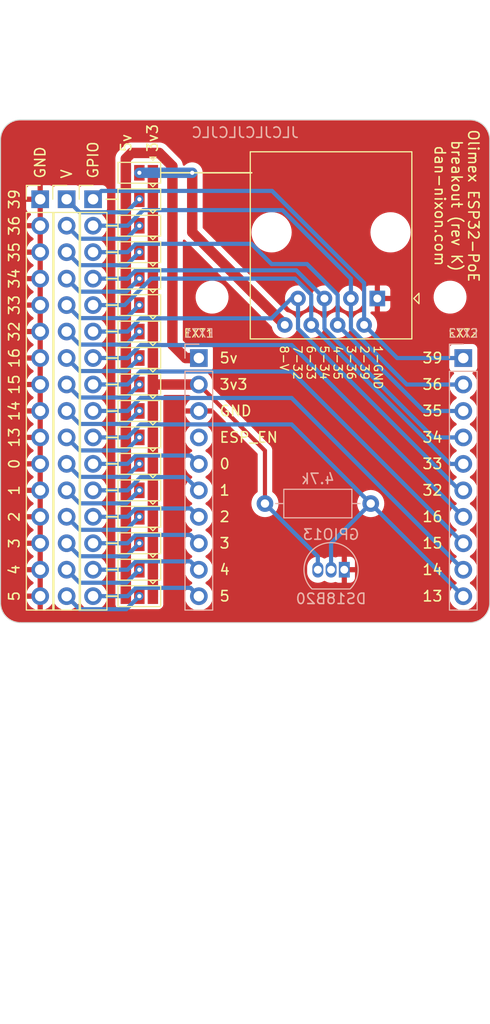
<source format=kicad_pcb>
(kicad_pcb (version 20221018) (generator pcbnew)
  (layers (0 "F.Cu" signal) (31 "B.Cu" signal) (34 "B.Paste" user) (35 "F.Paste" user) (36 "B.SilkS" user "B.Silkscreen") (37 "F.SilkS" user "F.Silkscreen") (38 "B.Mask" user) (39 "F.Mask" user) (44 "Edge.Cuts" user))
  (net 0 "")
  (net 1 "+5V")
  (net 2 "+3.3V")
  (net 3 "GND")
  (net 4 "/ESP_EN")
  (net 5 "/IO0")
  (net 6 "/IO1")
  (net 7 "/IO2")
  (net 8 "/IO3")
  (net 9 "/IO4")
  (net 10 "/IO5")
  (net 11 "/IO39")
  (net 12 "/IO36")
  (net 13 "/IO35")
  (net 14 "/IO34")
  (net 15 "/IO33")
  (net 16 "/IO32")
  (net 17 "/IO16")
  (net 18 "/IO15")
  (net 19 "/IO14")
  (net 20 "/IO13")
  (net 21 "/V_IO5")
  (net 22 "/V_IO4")
  (net 23 "/V_IO3")
  (net 24 "/V_IO2")
  (net 25 "/V_IO1")
  (net 26 "/V_IO0")
  (net 27 "/V_IO13")
  (net 28 "/V_IO14")
  (net 29 "/V_IO15")
  (net 30 "/V_IO16")
  (net 31 "/V_IO32")
  (net 32 "/V_IO33")
  (net 33 "/V_IO34")
  (net 34 "/V_IO35")
  (net 35 "/V_IO36")
  (net 36 "/V_IO39")
  (net 37 "Net-(JP17-C)")
  (footprint "Jumper:SolderJumper-3_P1.3mm_Open_Pad1.0x1.5mm" (layer "F.Cu") (at 147.955 77.47 180)
    (fp_text reference "JP14" hide)
    (fp_text value "SolderJumper_3_Open" hide)
    (pad "1" smd rect (at -1.3 0 180) (size 1 1.5) (layers "F.Cu" "F.Mask") (net 2 "+3.3V"))
    (pad "2" smd rect (at 0 0 180) (size 1 1.5) (layers "F.Cu" "F.Mask") (net 23 "/V_IO3"))
    (pad "3" smd rect (at 1.3 0 180) (size 1 1.5) (layers "F.Cu" "F.Mask") (net 1 "+5V"))
  )
  (footprint "Jumper:SolderJumper-3_P1.3mm_Open_Pad1.0x1.5mm" (layer "F.Cu") (at 147.955 82.55 180)
    (fp_text reference "JP16" hide)
    (fp_text value "SolderJumper_3_Open" hide)
    (pad "1" smd rect (at -1.3 0 180) (size 1 1.5) (layers "F.Cu" "F.Mask") (net 2 "+3.3V"))
    (pad "2" smd rect (at 0 0 180) (size 1 1.5) (layers "F.Cu" "F.Mask") (net 21 "/V_IO5"))
    (pad "3" smd rect (at 1.3 0 180) (size 1 1.5) (layers "F.Cu" "F.Mask") (net 1 "+5V"))
  )
  (footprint "Jumper:SolderJumper-3_P1.3mm_Open_Pad1.0x1.5mm" (layer "F.Cu") (at 147.955 52.07 180)
    (fp_text reference "JP4" hide)
    (fp_text value "SolderJumper_3_Open" hide)
    (pad "1" smd rect (at -1.3 0 180) (size 1 1.5) (layers "F.Cu" "F.Mask") (net 2 "+3.3V"))
    (pad "2" smd rect (at 0 0 180) (size 1 1.5) (layers "F.Cu" "F.Mask") (net 33 "/V_IO34"))
    (pad "3" smd rect (at 1.3 0 180) (size 1 1.5) (layers "F.Cu" "F.Mask") (net 1 "+5V"))
  )
  (footprint "Jumper:SolderJumper-3_P1.3mm_Open_Pad1.0x1.5mm" (layer "F.Cu") (at 147.955 64.77 180)
    (fp_text reference "JP9" hide)
    (fp_text value "SolderJumper_3_Open" hide)
    (pad "1" smd rect (at -1.3 0 180) (size 1 1.5) (layers "F.Cu" "F.Mask") (net 2 "+3.3V"))
    (pad "2" smd rect (at 0 0 180) (size 1 1.5) (layers "F.Cu" "F.Mask") (net 28 "/V_IO14"))
    (pad "3" smd rect (at 1.3 0 180) (size 1 1.5) (layers "F.Cu" "F.Mask") (net 1 "+5V"))
  )
  (footprint "Connector_PinHeader_2.54mm:PinHeader_1x16_P2.54mm_Vertical" (layer "F.Cu") (at 140.97 44.45)
    (fp_text reference "J5" hide)
    (fp_text value "V" hide)
    (pad "1" thru_hole rect (at 0 0) (size 1.7 1.7) (drill 1) (layers "*.Cu" "*.Mask") (net 36 "/V_IO39"))
    (pad "2" thru_hole oval (at 0 2.54) (size 1.7 1.7) (drill 1) (layers "*.Cu" "*.Mask") (net 35 "/V_IO36"))
    (pad "3" thru_hole oval (at 0 5.08) (size 1.7 1.7) (drill 1) (layers "*.Cu" "*.Mask") (net 34 "/V_IO35"))
    (pad "4" thru_hole oval (at 0 7.62) (size 1.7 1.7) (drill 1) (layers "*.Cu" "*.Mask") (net 33 "/V_IO34"))
    (pad "5" thru_hole oval (at 0 10.16) (size 1.7 1.7) (drill 1) (layers "*.Cu" "*.Mask") (net 32 "/V_IO33"))
    (pad "6" thru_hole oval (at 0 12.7) (size 1.7 1.7) (drill 1) (layers "*.Cu" "*.Mask") (net 31 "/V_IO32"))
    (pad "7" thru_hole oval (at 0 15.24) (size 1.7 1.7) (drill 1) (layers "*.Cu" "*.Mask") (net 30 "/V_IO16"))
    (pad "8" thru_hole oval (at 0 17.78) (size 1.7 1.7) (drill 1) (layers "*.Cu" "*.Mask") (net 29 "/V_IO15"))
    (pad "9" thru_hole oval (at 0 20.32) (size 1.7 1.7) (drill 1) (layers "*.Cu" "*.Mask") (net 28 "/V_IO14"))
    (pad "10" thru_hole oval (at 0 22.86) (size 1.7 1.7) (drill 1) (layers "*.Cu" "*.Mask") (net 27 "/V_IO13"))
    (pad "11" thru_hole oval (at 0 25.4) (size 1.7 1.7) (drill 1) (layers "*.Cu" "*.Mask") (net 26 "/V_IO0"))
    (pad "12" thru_hole oval (at 0 27.94) (size 1.7 1.7) (drill 1) (layers "*.Cu" "*.Mask") (net 25 "/V_IO1"))
    (pad "13" thru_hole oval (at 0 30.48) (size 1.7 1.7) (drill 1) (layers "*.Cu" "*.Mask") (net 24 "/V_IO2"))
    (pad "14" thru_hole oval (at 0 33.02) (size 1.7 1.7) (drill 1) (layers "*.Cu" "*.Mask") (net 23 "/V_IO3"))
    (pad "15" thru_hole oval (at 0 35.56) (size 1.7 1.7) (drill 1) (layers "*.Cu" "*.Mask") (net 22 "/V_IO4"))
    (pad "16" thru_hole oval (at 0 38.1) (size 1.7 1.7) (drill 1) (layers "*.Cu" "*.Mask") (net 21 "/V_IO5"))
  )
  (footprint "Jumper:SolderJumper-3_P1.3mm_Open_Pad1.0x1.5mm" (layer "F.Cu") (at 147.955 54.61 180)
    (fp_text reference "JP5" hide)
    (fp_text value "SolderJumper_3_Open" hide)
    (pad "1" smd rect (at -1.3 0 180) (size 1 1.5) (layers "F.Cu" "F.Mask") (net 2 "+3.3V"))
    (pad "2" smd rect (at 0 0 180) (size 1 1.5) (layers "F.Cu" "F.Mask") (net 32 "/V_IO33"))
    (pad "3" smd rect (at 1.3 0 180) (size 1 1.5) (layers "F.Cu" "F.Mask") (net 1 "+5V"))
  )
  (footprint "Jumper:SolderJumper-3_P1.3mm_Open_Pad1.0x1.5mm" (layer "F.Cu") (at 147.955 46.99 180)
    (fp_text reference "JP2" hide)
    (fp_text value "SolderJumper_3_Open" hide)
    (pad "1" smd rect (at -1.3 0 180) (size 1 1.5) (layers "F.Cu" "F.Mask") (net 2 "+3.3V"))
    (pad "2" smd rect (at 0 0 180) (size 1 1.5) (layers "F.Cu" "F.Mask") (net 35 "/V_IO36"))
    (pad "3" smd rect (at 1.3 0 180) (size 1 1.5) (layers "F.Cu" "F.Mask") (net 1 "+5V"))
  )
  (footprint "MountingHole:MountingHole_2.5mm" (layer "F.Cu") (at 154.94 53.848)
    (fp_text reference "H1" hide)
    (fp_text value "MountingHole" hide)
    (pad "" np_thru_hole circle (at 0 0) (size 2.5 2.5) (drill 2.5) (layers "*.Cu" "*.Mask"))
  )
  (footprint "Connector_PinHeader_2.54mm:PinHeader_1x16_P2.54mm_Vertical" (layer "F.Cu") (at 138.43 44.45)
    (fp_text reference "J4" hide)
    (fp_text value "G" hide)
    (pad "1" thru_hole rect (at 0 0) (size 1.7 1.7) (drill 1) (layers "*.Cu" "*.Mask") (net 3 "GND"))
    (pad "2" thru_hole oval (at 0 2.54) (size 1.7 1.7) (drill 1) (layers "*.Cu" "*.Mask") (net 3 "GND"))
    (pad "3" thru_hole oval (at 0 5.08) (size 1.7 1.7) (drill 1) (layers "*.Cu" "*.Mask") (net 3 "GND"))
    (pad "4" thru_hole oval (at 0 7.62) (size 1.7 1.7) (drill 1) (layers "*.Cu" "*.Mask") (net 3 "GND"))
    (pad "5" thru_hole oval (at 0 10.16) (size 1.7 1.7) (drill 1) (layers "*.Cu" "*.Mask") (net 3 "GND"))
    (pad "6" thru_hole oval (at 0 12.7) (size 1.7 1.7) (drill 1) (layers "*.Cu" "*.Mask") (net 3 "GND"))
    (pad "7" thru_hole oval (at 0 15.24) (size 1.7 1.7) (drill 1) (layers "*.Cu" "*.Mask") (net 3 "GND"))
    (pad "8" thru_hole oval (at 0 17.78) (size 1.7 1.7) (drill 1) (layers "*.Cu" "*.Mask") (net 3 "GND"))
    (pad "9" thru_hole oval (at 0 20.32) (size 1.7 1.7) (drill 1) (layers "*.Cu" "*.Mask") (net 3 "GND"))
    (pad "10" thru_hole oval (at 0 22.86) (size 1.7 1.7) (drill 1) (layers "*.Cu" "*.Mask") (net 3 "GND"))
    (pad "11" thru_hole oval (at 0 25.4) (size 1.7 1.7) (drill 1) (layers "*.Cu" "*.Mask") (net 3 "GND"))
    (pad "12" thru_hole oval (at 0 27.94) (size 1.7 1.7) (drill 1) (layers "*.Cu" "*.Mask") (net 3 "GND"))
    (pad "13" thru_hole oval (at 0 30.48) (size 1.7 1.7) (drill 1) (layers "*.Cu" "*.Mask") (net 3 "GND"))
    (pad "14" thru_hole oval (at 0 33.02) (size 1.7 1.7) (drill 1) (layers "*.Cu" "*.Mask") (net 3 "GND"))
    (pad "15" thru_hole oval (at 0 35.56) (size 1.7 1.7) (drill 1) (layers "*.Cu" "*.Mask") (net 3 "GND"))
    (pad "16" thru_hole oval (at 0 38.1) (size 1.7 1.7) (drill 1) (layers "*.Cu" "*.Mask") (net 3 "GND"))
  )
  (footprint "Connector_PinHeader_2.54mm:PinHeader_1x16_P2.54mm_Vertical" (layer "F.Cu") (at 143.51 44.45)
    (fp_text reference "J6" hide)
    (fp_text value "S" hide)
    (pad "1" thru_hole rect (at 0 0) (size 1.7 1.7) (drill 1) (layers "*.Cu" "*.Mask") (net 11 "/IO39"))
    (pad "2" thru_hole oval (at 0 2.54) (size 1.7 1.7) (drill 1) (layers "*.Cu" "*.Mask") (net 12 "/IO36"))
    (pad "3" thru_hole oval (at 0 5.08) (size 1.7 1.7) (drill 1) (layers "*.Cu" "*.Mask") (net 13 "/IO35"))
    (pad "4" thru_hole oval (at 0 7.62) (size 1.7 1.7) (drill 1) (layers "*.Cu" "*.Mask") (net 14 "/IO34"))
    (pad "5" thru_hole oval (at 0 10.16) (size 1.7 1.7) (drill 1) (layers "*.Cu" "*.Mask") (net 15 "/IO33"))
    (pad "6" thru_hole oval (at 0 12.7) (size 1.7 1.7) (drill 1) (layers "*.Cu" "*.Mask") (net 16 "/IO32"))
    (pad "7" thru_hole oval (at 0 15.24) (size 1.7 1.7) (drill 1) (layers "*.Cu" "*.Mask") (net 17 "/IO16"))
    (pad "8" thru_hole oval (at 0 17.78) (size 1.7 1.7) (drill 1) (layers "*.Cu" "*.Mask") (net 18 "/IO15"))
    (pad "9" thru_hole oval (at 0 20.32) (size 1.7 1.7) (drill 1) (layers "*.Cu" "*.Mask") (net 19 "/IO14"))
    (pad "10" thru_hole oval (at 0 22.86) (size 1.7 1.7) (drill 1) (layers "*.Cu" "*.Mask") (net 20 "/IO13"))
    (pad "11" thru_hole oval (at 0 25.4) (size 1.7 1.7) (drill 1) (layers "*.Cu" "*.Mask") (net 5 "/IO0"))
    (pad "12" thru_hole oval (at 0 27.94) (size 1.7 1.7) (drill 1) (layers "*.Cu" "*.Mask") (net 6 "/IO1"))
    (pad "13" thru_hole oval (at 0 30.48) (size 1.7 1.7) (drill 1) (layers "*.Cu" "*.Mask") (net 7 "/IO2"))
    (pad "14" thru_hole oval (at 0 33.02) (size 1.7 1.7) (drill 1) (layers "*.Cu" "*.Mask") (net 8 "/IO3"))
    (pad "15" thru_hole oval (at 0 35.56) (size 1.7 1.7) (drill 1) (layers "*.Cu" "*.Mask") (net 9 "/IO4"))
    (pad "16" thru_hole oval (at 0 38.1) (size 1.7 1.7) (drill 1) (layers "*.Cu" "*.Mask") (net 10 "/IO5"))
  )
  (footprint "Jumper:SolderJumper-3_P1.3mm_Open_Pad1.0x1.5mm" (layer "F.Cu") (at 147.955 57.15 180)
    (fp_text reference "JP6" hide)
    (fp_text value "SolderJumper_3_Open" hide)
    (pad "1" smd rect (at -1.3 0 180) (size 1 1.5) (layers "F.Cu" "F.Mask") (net 2 "+3.3V"))
    (pad "2" smd rect (at 0 0 180) (size 1 1.5) (layers "F.Cu" "F.Mask") (net 31 "/V_IO32"))
    (pad "3" smd rect (at 1.3 0 180) (size 1 1.5) (layers "F.Cu" "F.Mask") (net 1 "+5V"))
  )
  (footprint "Jumper:SolderJumper-3_P1.3mm_Open_Pad1.0x1.5mm" (layer "F.Cu") (at 147.955 72.39 180)
    (fp_text reference "JP12" hide)
    (fp_text value "SolderJumper_3_Open" hide)
    (pad "1" smd rect (at -1.3 0 180) (size 1 1.5) (layers "F.Cu" "F.Mask") (net 2 "+3.3V"))
    (pad "2" smd rect (at 0 0 180) (size 1 1.5) (layers "F.Cu" "F.Mask") (net 25 "/V_IO1"))
    (pad "3" smd rect (at 1.3 0 180) (size 1 1.5) (layers "F.Cu" "F.Mask") (net 1 "+5V"))
  )
  (footprint "MountingHole:MountingHole_2.5mm" (layer "F.Cu") (at 177.8 53.848)
    (fp_text reference "H2" hide)
    (fp_text value "MountingHole" hide)
    (pad "" np_thru_hole circle (at 0 0) (size 2.5 2.5) (drill 2.5) (layers "*.Cu" "*.Mask"))
  )
  (footprint "Jumper:SolderJumper-3_P1.3mm_Open_Pad1.0x1.5mm" (layer "F.Cu") (at 147.955 74.93 180)
    (fp_text reference "JP13" hide)
    (fp_text value "SolderJumper_3_Open" hide)
    (pad "1" smd rect (at -1.3 0 180) (size 1 1.5) (layers "F.Cu" "F.Mask") (net 2 "+3.3V"))
    (pad "2" smd rect (at 0 0 180) (size 1 1.5) (layers "F.Cu" "F.Mask") (net 24 "/V_IO2"))
    (pad "3" smd rect (at 1.3 0 180) (size 1 1.5) (layers "F.Cu" "F.Mask") (net 1 "+5V"))
  )
  (footprint "Connector_RJ:RJ45_Amphenol_54602-x08_Horizontal" (layer "F.Cu") (at 170.815 53.975 180)
    (fp_text reference "J3" hide)
    (fp_text value "RJ45")
    (pad "" np_thru_hole circle (at -1.27 6.35 180) (size 3.2 3.2) (drill 3.2) (layers "*.Cu" "*.Mask"))
    (pad "" np_thru_hole circle (at 10.16 6.35 180) (size 3.2 3.2) (drill 3.2) (layers "*.Cu" "*.Mask"))
    (pad "1" thru_hole rect (at 0 0 180) (size 1.5 1.5) (drill 0.76) (layers "*.Cu" "*.Mask") (net 3 "GND"))
    (pad "2" thru_hole circle (at 1.27 -2.54 180) (size 1.5 1.5) (drill 0.76) (layers "*.Cu" "*.Mask") (net 11 "/IO39"))
    (pad "3" thru_hole circle (at 2.54 0 180) (size 1.5 1.5) (drill 0.76) (layers "*.Cu" "*.Mask") (net 12 "/IO36"))
    (pad "4" thru_hole circle (at 3.81 -2.54 180) (size 1.5 1.5) (drill 0.76) (layers "*.Cu" "*.Mask") (net 13 "/IO35"))
    (pad "5" thru_hole circle (at 5.08 0 180) (size 1.5 1.5) (drill 0.76) (layers "*.Cu" "*.Mask") (net 14 "/IO34"))
    (pad "6" thru_hole circle (at 6.35 -2.54 180) (size 1.5 1.5) (drill 0.76) (layers "*.Cu" "*.Mask") (net 15 "/IO33"))
    (pad "7" thru_hole circle (at 7.62 0 180) (size 1.5 1.5) (drill 0.76) (layers "*.Cu" "*.Mask") (net 16 "/IO32"))
    (pad "8" thru_hole circle (at 8.89 -2.54 180) (size 1.5 1.5) (drill 0.76) (layers "*.Cu" "*.Mask") (net 37 "Net-(JP17-C)"))
  )
  (footprint "Jumper:SolderJumper-3_P1.3mm_Open_Pad1.0x1.5mm" (layer "F.Cu") (at 147.955 69.85 180)
    (fp_text reference "JP11" hide)
    (fp_text value "SolderJumper_3_Open" hide)
    (pad "1" smd rect (at -1.3 0 180) (size 1 1.5) (layers "F.Cu" "F.Mask") (net 2 "+3.3V"))
    (pad "2" smd rect (at 0 0 180) (size 1 1.5) (layers "F.Cu" "F.Mask") (net 26 "/V_IO0"))
    (pad "3" smd rect (at 1.3 0 180) (size 1 1.5) (layers "F.Cu" "F.Mask") (net 1 "+5V"))
  )
  (footprint "Jumper:SolderJumper-3_P1.3mm_Open_Pad1.0x1.5mm" (layer "F.Cu") (at 147.955 80.01 180)
    (fp_text reference "JP15" hide)
    (fp_text value "SolderJumper_3_Open" hide)
    (pad "1" smd rect (at -1.3 0 180) (size 1 1.5) (layers "F.Cu" "F.Mask") (net 2 "+3.3V"))
    (pad "2" smd rect (at 0 0 180) (size 1 1.5) (layers "F.Cu" "F.Mask") (net 22 "/V_IO4"))
    (pad "3" smd rect (at 1.3 0 180) (size 1 1.5) (layers "F.Cu" "F.Mask") (net 1 "+5V"))
  )
  (footprint "Jumper:SolderJumper-3_P1.3mm_Open_Pad1.0x1.5mm" (layer "F.Cu") (at 147.955 41.91 180)
    (fp_text reference "JP17" hide)
    (fp_text value "SolderJumper_3_Open" hide)
    (pad "1" smd rect (at -1.3 0 180) (size 1 1.5) (layers "F.Cu" "F.Mask") (net 2 "+3.3V"))
    (pad "2" smd rect (at 0 0 180) (size 1 1.5) (layers "F.Cu" "F.Mask") (net 37 "Net-(JP17-C)"))
    (pad "3" smd rect (at 1.3 0 180) (size 1 1.5) (layers "F.Cu" "F.Mask") (net 1 "+5V"))
  )
  (footprint "Jumper:SolderJumper-3_P1.3mm_Open_Pad1.0x1.5mm" (layer "F.Cu") (at 147.955 67.31 180)
    (fp_text reference "JP10" hide)
    (fp_text value "SolderJumper_3_Open" hide)
    (pad "1" smd rect (at -1.3 0 180) (size 1 1.5) (layers "F.Cu" "F.Mask") (net 2 "+3.3V"))
    (pad "2" smd rect (at 0 0 180) (size 1 1.5) (layers "F.Cu" "F.Mask") (net 27 "/V_IO13"))
    (pad "3" smd rect (at 1.3 0 180) (size 1 1.5) (layers "F.Cu" "F.Mask") (net 1 "+5V"))
  )
  (footprint "Jumper:SolderJumper-3_P1.3mm_Open_Pad1.0x1.5mm" (layer "F.Cu") (at 147.955 49.53 180)
    (fp_text reference "JP3" hide)
    (fp_text value "SolderJumper_3_Open" hide)
    (pad "1" smd rect (at -1.3 0 180) (size 1 1.5) (layers "F.Cu" "F.Mask") (net 2 "+3.3V"))
    (pad "2" smd rect (at 0 0 180) (size 1 1.5) (layers "F.Cu" "F.Mask") (net 34 "/V_IO35"))
    (pad "3" smd rect (at 1.3 0 180) (size 1 1.5) (layers "F.Cu" "F.Mask") (net 1 "+5V"))
  )
  (footprint "Jumper:SolderJumper-3_P1.3mm_Open_Pad1.0x1.5mm" (layer "F.Cu") (at 147.955 62.23 180)
    (fp_text reference "JP8" hide)
    (fp_text value "SolderJumper_3_Open" hide)
    (pad "1" smd rect (at -1.3 0 180) (size 1 1.5) (layers "F.Cu" "F.Mask") (net 2 "+3.3V"))
    (pad "2" smd rect (at 0 0 180) (size 1 1.5) (layers "F.Cu" "F.Mask") (net 29 "/V_IO15"))
    (pad "3" smd rect (at 1.3 0 180) (size 1 1.5) (layers "F.Cu" "F.Mask") (net 1 "+5V"))
  )
  (footprint "Jumper:SolderJumper-3_P1.3mm_Open_Pad1.0x1.5mm" (layer "F.Cu") (at 147.955 44.45 180)
    (fp_text reference "JP1" hide)
    (fp_text value "SolderJumper_3_Open" hide)
    (pad "1" smd rect (at -1.3 0 180) (size 1 1.5) (layers "F.Cu" "F.Mask") (net 2 "+3.3V"))
    (pad "2" smd rect (at 0 0 180) (size 1 1.5) (layers "F.Cu" "F.Mask") (net 36 "/V_IO39"))
    (pad "3" smd rect (at 1.3 0 180) (size 1 1.5) (layers "F.Cu" "F.Mask") (net 1 "+5V"))
  )
  (footprint "Jumper:SolderJumper-3_P1.3mm_Open_Pad1.0x1.5mm" (layer "F.Cu") (at 147.955 59.69 180)
    (fp_text reference "JP7" hide)
    (fp_text value "SolderJumper_3_Open" hide)
    (pad "1" smd rect (at -1.3 0 180) (size 1 1.5) (layers "F.Cu" "F.Mask") (net 2 "+3.3V"))
    (pad "2" smd rect (at 0 0 180) (size 1 1.5) (layers "F.Cu" "F.Mask") (net 30 "/V_IO16"))
    (pad "3" smd rect (at 1.3 0 180) (size 1 1.5) (layers "F.Cu" "F.Mask") (net 1 "+5V"))
  )
  (footprint "Connector_PinSocket_2.54mm:PinSocket_1x10_P2.54mm_Vertical" (layer "B.Cu") (at 153.67 59.695 180)
    (fp_text reference "J1" hide)
    (fp_text value "EXT1")
    (pad "1" thru_hole rect (at 0 0 180) (size 1.7 1.7) (drill 1) (layers "*.Cu" "*.Mask") (net 1 "+5V"))
    (pad "2" thru_hole oval (at 0 -2.54 180) (size 1.7 1.7) (drill 1) (layers "*.Cu" "*.Mask") (net 2 "+3.3V"))
    (pad "3" thru_hole oval (at 0 -5.08 180) (size 1.7 1.7) (drill 1) (layers "*.Cu" "*.Mask") (net 3 "GND"))
    (pad "4" thru_hole oval (at 0 -7.62 180) (size 1.7 1.7) (drill 1) (layers "*.Cu" "*.Mask") (net 4 "/ESP_EN"))
    (pad "5" thru_hole oval (at 0 -10.16 180) (size 1.7 1.7) (drill 1) (layers "*.Cu" "*.Mask") (net 5 "/IO0"))
    (pad "6" thru_hole oval (at 0 -12.7 180) (size 1.7 1.7) (drill 1) (layers "*.Cu" "*.Mask") (net 6 "/IO1"))
    (pad "7" thru_hole oval (at 0 -15.24 180) (size 1.7 1.7) (drill 1) (layers "*.Cu" "*.Mask") (net 7 "/IO2"))
    (pad "8" thru_hole oval (at 0 -17.78 180) (size 1.7 1.7) (drill 1) (layers "*.Cu" "*.Mask") (net 8 "/IO3"))
    (pad "9" thru_hole oval (at 0 -20.32 180) (size 1.7 1.7) (drill 1) (layers "*.Cu" "*.Mask") (net 9 "/IO4"))
    (pad "10" thru_hole oval (at 0 -22.86 180) (size 1.7 1.7) (drill 1) (layers "*.Cu" "*.Mask") (net 10 "/IO5"))
  )
  (footprint "Package_TO_SOT_THT:TO-92_Inline" (layer "B.Cu") (at 167.64 80.01 180)
    (fp_text reference "U1" hide)
    (fp_text value "DS18B20" (at 1.27 -2.79) (layer "B.SilkS") (effects (justify mirror)))
    (pad "1" thru_hole rect (at 0 0 180) (size 1.05 1.5) (drill 0.75) (layers "*.Cu" "*.Mask") (net 3 "GND"))
    (pad "2" thru_hole oval (at 1.27 0 180) (size 1.05 1.5) (drill 0.75) (layers "*.Cu" "*.Mask") (net 20 "/IO13"))
    (pad "3" thru_hole oval (at 2.54 0 180) (size 1.05 1.5) (drill 0.75) (layers "*.Cu" "*.Mask") (net 2 "+3.3V"))
  )
  (footprint "Resistor_THT:R_Axial_DIN0207_L6.3mm_D2.5mm_P10.16mm_Horizontal" (layer "B.Cu") (at 160.02 73.66)
    (fp_text reference "R1" hide)
    (fp_text value "4.7k" (at 5.08 -2.37) (layer "B.SilkS") (effects (justify mirror)))
    (pad "1" thru_hole circle (at 0 0) (size 1.6 1.6) (drill 0.8) (layers "*.Cu" "*.Mask") (net 2 "+3.3V"))
    (pad "2" thru_hole oval (at 10.16 0) (size 1.6 1.6) (drill 0.8) (layers "*.Cu" "*.Mask") (net 20 "/IO13"))
  )
  (footprint "Connector_PinSocket_2.54mm:PinSocket_1x10_P2.54mm_Vertical" (layer "B.Cu") (at 179.07 59.695 180)
    (fp_text reference "J2" hide)
    (fp_text value "EXT2")
    (pad "1" thru_hole rect (at 0 0 180) (size 1.7 1.7) (drill 1) (layers "*.Cu" "*.Mask") (net 11 "/IO39"))
    (pad "2" thru_hole oval (at 0 -2.54 180) (size 1.7 1.7) (drill 1) (layers "*.Cu" "*.Mask") (net 12 "/IO36"))
    (pad "3" thru_hole oval (at 0 -5.08 180) (size 1.7 1.7) (drill 1) (layers "*.Cu" "*.Mask") (net 13 "/IO35"))
    (pad "4" thru_hole oval (at 0 -7.62 180) (size 1.7 1.7) (drill 1) (layers "*.Cu" "*.Mask") (net 14 "/IO34"))
    (pad "5" thru_hole oval (at 0 -10.16 180) (size 1.7 1.7) (drill 1) (layers "*.Cu" "*.Mask") (net 15 "/IO33"))
    (pad "6" thru_hole oval (at 0 -12.7 180) (size 1.7 1.7) (drill 1) (layers "*.Cu" "*.Mask") (net 16 "/IO32"))
    (pad "7" thru_hole oval (at 0 -15.24 180) (size 1.7 1.7) (drill 1) (layers "*.Cu" "*.Mask") (net 17 "/IO16"))
    (pad "8" thru_hole oval (at 0 -17.78 180) (size 1.7 1.7) (drill 1) (layers "*.Cu" "*.Mask") (net 18 "/IO15"))
    (pad "9" thru_hole oval (at 0 -20.32 180) (size 1.7 1.7) (drill 1) (layers "*.Cu" "*.Mask") (net 19 "/IO14"))
    (pad "10" thru_hole oval (at 0 -22.86 180) (size 1.7 1.7) (drill 1) (layers "*.Cu" "*.Mask") (net 20 "/IO13"))
  )
  (gr_line (start 145.905 54.61) (end 144.78 54.61) (stroke (width 0.15)) (layer "F.SilkS"))
  (gr_line (start 145.905 62.23) (end 144.78 62.23) (stroke (width 0.15)) (layer "F.SilkS"))
  (gr_line (start 145.905 69.85) (end 144.78 69.85) (stroke (width 0.15)) (layer "F.SilkS"))
  (gr_line (start 145.905 44.45) (end 144.78 44.45) (stroke (width 0.15)) (layer "F.SilkS"))
  (gr_line (start 145.905 59.69) (end 144.78 59.69) (stroke (width 0.15)) (layer "F.SilkS"))
  (gr_line (start 145.905 52.07) (end 144.78 52.07) (stroke (width 0.15)) (layer "F.SilkS"))
  (gr_line (start 145.905 82.55) (end 144.78 82.55) (stroke (width 0.15)) (layer "F.SilkS"))
  (gr_line (start 145.905 64.77) (end 144.84 64.8) (stroke (width 0.15)) (layer "F.SilkS"))
  (gr_line (start 145.905 80.01) (end 144.78 80.01) (stroke (width 0.15)) (layer "F.SilkS"))
  (gr_line (start 145.905 74.93) (end 144.78 74.93) (stroke (width 0.15)) (layer "F.SilkS"))
  (gr_line (start 145.905 46.99) (end 144.78 46.99) (stroke (width 0.15)) (layer "F.SilkS"))
  (gr_line (start 145.905 77.47) (end 144.78 77.47) (stroke (width 0.15)) (layer "F.SilkS"))
  (gr_line (start 145.905 57.15) (end 144.78 57.15) (stroke (width 0.15)) (layer "F.SilkS"))
  (gr_line (start 145.905 49.53) (end 144.78 49.53) (stroke (width 0.15)) (layer "F.SilkS"))
  (gr_line (start 145.905 72.39) (end 144.78 72.39) (stroke (width 0.15)) (layer "F.SilkS"))
  (gr_line (start 145.905 67.31) (end 144.78 67.31) (stroke (width 0.15)) (layer "F.SilkS"))
  (gr_line (start 150.005 41.91) (end 158.75 41.91) (stroke (width 0.15)) (layer "F.SilkS"))
  (gr_arc (start 134.62 38.735) (mid 135.177962 37.387962) (end 136.525 36.83) (stroke (width 0.1)) (layer "Edge.Cuts"))
  (gr_line (start 134.62 83.185) (end 134.62 38.735) (stroke (width 0.1)) (layer "Edge.Cuts"))
  (gr_arc (start 136.525 85.09) (mid 135.177962 84.532038) (end 134.62 83.185) (stroke (width 0.1)) (layer "Edge.Cuts"))
  (gr_arc (start 179.705 36.83) (mid 181.052038 37.387962) (end 181.61 38.735) (stroke (width 0.1)) (layer "Edge.Cuts"))
  (gr_line (start 136.525 36.83) (end 179.705 36.83) (stroke (width 0.1)) (layer "Edge.Cuts"))
  (gr_line (start 179.705 85.09) (end 136.525 85.09) (stroke (width 0.1)) (layer "Edge.Cuts"))
  (gr_arc (start 181.61 83.185) (mid 181.052038 84.532038) (end 179.705 85.09) (stroke (width 0.1)) (layer "Edge.Cuts"))
  (gr_line (start 181.61 38.735) (end 181.61 83.185) (stroke (width 0.1)) (layer "Edge.Cuts"))
  (gr_text "EXT2" (at 179.07 57.785) (layer "B.SilkS") (effects (font (size 0.8 0.8) (thickness 0.12)) (justify bottom mirror)))
  (gr_text "EXT1" (at 153.67 57.785) (layer "B.SilkS") (effects (font (size 0.8 0.8) (thickness 0.12)) (justify bottom mirror)))
  (gr_text "GPIO13" (at 166.37 77.216) (layer "B.SilkS") (effects (font (size 1 1)) (justify bottom mirror)))
  (gr_text "JLCJLCJLCJLC" (at 158.115 37.465) (layer "B.SilkS") (effects (font (size 1 1)) (justify top mirror)))
  (gr_text "1" (at 155.575 72.39) (layer "F.SilkS") (effects (font (size 1 1)) (justify left)))
  (gr_text "35" (at 177.165 64.77) (layer "F.SilkS") (effects (font (size 1 1)) (justify right)))
  (gr_text "EXT2" (at 179.07 57.785) (layer "F.SilkS") (effects (font (size 0.8 0.8) (thickness 0.12)) (justify bottom)))
  (gr_text "3v3" (at 149.225 40.005 90) (layer "F.SilkS") (effects (font (size 1 1)) (justify left)))
  (gr_text "GND" (at 155.575 64.77) (layer "F.SilkS") (effects (font (size 1 1)) (justify left)))
  (gr_text "Olimex ESP32-PoE\nbreakout (rev K)\ndan-nixon.com" (at 178.435 45.085 -90) (layer "F.SilkS") (effects (font (size 1 1))))
  (gr_text "4" (at 155.575 80.01) (layer "F.SilkS") (effects (font (size 1 1)) (justify left)))
  (gr_text "39" (at 136.525 44.45 90) (layer "F.SilkS") (effects (font (size 1 1)) (justify bottom)))
  (gr_text "5v" (at 146.685 40.005 90) (layer "F.SilkS") (effects (font (size 1 1)) (justify left)))
  (gr_text "5" (at 136.525 82.55 90) (layer "F.SilkS") (effects (font (size 1 1)) (justify bottom)))
  (gr_text "5" (at 155.575 82.55) (layer "F.SilkS") (effects (font (size 1 1)) (justify left)))
  (gr_text "3v3" (at 155.575 62.23) (layer "F.SilkS") (effects (font (size 1 1)) (justify left)))
  (gr_text "32" (at 136.525 57.15 90) (layer "F.SilkS") (effects (font (size 1 1)) (justify bottom)))
  (gr_text "36" (at 177.165 62.23) (layer "F.SilkS") (effects (font (size 1 1)) (justify right)))
  (gr_text "1" (at 136.525 72.39 90) (layer "F.SilkS") (effects (font (size 1 1)) (justify bottom)))
  (gr_text "14" (at 136.525 64.77 90) (layer "F.SilkS") (effects (font (size 1 1)) (justify bottom)))
  (gr_text "5v" (at 155.575 59.69) (layer "F.SilkS") (effects (font (size 1 1)) (justify left)))
  (gr_text "39" (at 177.165 59.69) (layer "F.SilkS") (effects (font (size 1 1)) (justify right)))
  (gr_text "14" (at 177.165 80.01) (layer "F.SilkS") (effects (font (size 1 1)) (justify right)))
  (gr_text "15" (at 136.525 62.23 90) (layer "F.SilkS") (effects (font (size 1 1)) (justify bottom)))
  (gr_text "EXT1" (at 153.67 57.785) (layer "F.SilkS") (effects (font (size 0.8 0.8) (thickness 0.12)) (justify bottom)))
  (gr_text "33" (at 177.165 69.85) (layer "F.SilkS") (effects (font (size 1 1)) (justify right)))
  (gr_text "16" (at 136.525 59.69 90) (layer "F.SilkS") (effects (font (size 1 1)) (justify bottom)))
  (gr_text "1-GND\n2-39\n3-36\n4-35\n5-34\n6-33\n7-32\n8-V" (at 166.37 58.42 270) (layer "F.SilkS") (effects (font (size 0.8 0.8) (thickness 0.12)) (justify left)))
  (gr_text "3" (at 155.575 77.47) (layer "F.SilkS") (effects (font (size 1 1)) (justify left)))
  (gr_text "V" (at 140.97 42.545 90) (layer "F.SilkS") (effects (font (size 1 1)) (justify left)))
  (gr_text "2" (at 136.525 74.93 90) (layer "F.SilkS") (effects (font (size 1 1)) (justify bottom)))
  (gr_text "36" (at 136.525 46.99 90) (layer "F.SilkS") (effects (font (size 1 1)) (justify bottom)))
  (gr_text "33" (at 136.525 54.61 90) (layer "F.SilkS") (effects (font (size 1 1)) (justify bottom)))
  (gr_text "2" (at 155.575 74.93) (layer "F.SilkS") (effects (font (size 1 1)) (justify left)))
  (gr_text "35" (at 136.525 49.53 90) (layer "F.SilkS") (effects (font (size 1 1)) (justify bottom)))
  (gr_text "15" (at 177.165 77.47) (layer "F.SilkS") (effects (font (size 1 1)) (justify right)))
  (gr_text "0" (at 155.575 69.85) (layer "F.SilkS") (effects (font (size 1 1)) (justify left)))
  (gr_text "ESP_EN" (at 155.575 67.31) (layer "F.SilkS") (effects (font (size 1 1)) (justify left)))
  (gr_text "34" (at 177.165 67.31) (layer "F.SilkS") (effects (font (size 1 1)) (justify right)))
  (gr_text "0" (at 136.525 69.85 90) (layer "F.SilkS") (effects (font (size 1 1)) (justify bottom)))
  (gr_text "GPIO" (at 143.51 42.545 90) (layer "F.SilkS") (effects (font (size 1 1)) (justify left)))
  (gr_text "13" (at 136.525 67.31 90) (layer "F.SilkS") (effects (font (size 1 1)) (justify bottom)))
  (gr_text "4" (at 136.525 80.01 90) (layer "F.SilkS") (effects (font (size 1 1)) (justify bottom)))
  (gr_text "13" (at 177.165 82.55) (layer "F.SilkS") (effects (font (size 1 1)) (justify right)))
  (gr_text "32" (at 177.165 72.39) (layer "F.SilkS") (effects (font (size 1 1)) (justify right)))
  (gr_text "GND" (at 138.43 42.545 90) (layer "F.SilkS") (effects (font (size 1 1)) (justify left)))
  (gr_text "3" (at 136.525 77.47 90) (layer "F.SilkS") (effects (font (size 1 1)) (justify bottom)))
  (gr_text "16" (at 177.165 74.93) (layer "F.SilkS") (effects (font (size 1 1)) (justify right)))
  (gr_text "34" (at 136.525 52.07 90) (layer "F.SilkS") (effects (font (size 1 1)) (justify bottom)))
  (segment (start 151.13 58.42) (end 152.405 59.695) (width 1) (layer "F.Cu") (net 1))
  (segment (start 151.13 41.275) (end 151.13 58.42) (width 1) (layer "F.Cu") (net 1))
  (segment (start 152.405 59.695) (end 153.67 59.695) (width 1) (layer "F.Cu") (net 1))
  (segment (start 146.655 41.91) (end 146.655 40.56) (width 1) (layer "F.Cu") (net 1))
  (segment (start 146.655 41.91) (end 146.655 82.55) (width 1) (layer "F.Cu") (net 1))
  (segment (start 146.655 40.56) (end 147.21 40.005) (width 1) (layer "F.Cu") (net 1))
  (segment (start 147.21 40.005) (end 149.86 40.005) (width 1) (layer "F.Cu") (net 1))
  (segment (start 149.86 40.005) (end 151.13 41.275) (width 1) (layer "F.Cu") (net 1))
  (segment (start 160.02 73.66) (end 160.02 68.585) (width 0.4) (layer "F.Cu") (net 2))
  (segment (start 153.67 62.235) (end 149.26 62.235) (width 1) (layer "F.Cu") (net 2))
  (segment (start 149.26 62.235) (end 149.255 62.23) (width 1) (layer "F.Cu") (net 2))
  (segment (start 149.255 41.91) (end 149.255 82.55) (width 1) (layer "F.Cu") (net 2))
  (segment (start 160.02 68.585) (end 153.67 62.235) (width 0.4) (layer "F.Cu") (net 2))
  (segment (start 165.1 78.74) (end 160.02 73.66) (width 0.4) (layer "B.Cu") (net 2))
  (segment (start 165.1 80.01) (end 165.1 78.74) (width 0.4) (layer "B.Cu") (net 2))
  (segment (start 147.623629 69.05) (end 152.865 69.05) (width 0.4) (layer "B.Cu") (net 5))
  (segment (start 152.865 69.05) (end 153.67 69.855) (width 0.4) (layer "B.Cu") (net 5))
  (segment (start 143.51 69.85) (end 146.823629 69.85) (width 0.4) (layer "B.Cu") (net 5))
  (segment (start 146.823629 69.85) (end 147.623629 69.05) (width 0.4) (layer "B.Cu") (net 5))
  (segment (start 148.093629 71.12) (end 152.395 71.12) (width 0.4) (layer "B.Cu") (net 6))
  (segment (start 146.823629 72.39) (end 148.093629 71.12) (width 0.4) (layer "B.Cu") (net 6))
  (segment (start 152.395 71.12) (end 153.67 72.395) (width 0.4) (layer "B.Cu") (net 6))
  (segment (start 143.51 72.39) (end 146.823629 72.39) (width 0.4) (layer "B.Cu") (net 6))
  (segment (start 147.623629 74.13) (end 152.865 74.13) (width 0.4) (layer "B.Cu") (net 7))
  (segment (start 152.865 74.13) (end 153.67 74.935) (width 0.4) (layer "B.Cu") (net 7))
  (segment (start 146.823629 74.93) (end 147.623629 74.13) (width 0.4) (layer "B.Cu") (net 7))
  (segment (start 143.51 74.93) (end 146.823629 74.93) (width 0.4) (layer "B.Cu") (net 7))
  (segment (start 147.623629 76.67) (end 152.865 76.67) (width 0.4) (layer "B.Cu") (net 8))
  (segment (start 143.51 77.47) (end 146.823629 77.47) (width 0.4) (layer "B.Cu") (net 8))
  (segment (start 146.823629 77.47) (end 147.623629 76.67) (width 0.4) (layer "B.Cu") (net 8))
  (segment (start 152.865 76.67) (end 153.67 77.475) (width 0.4) (layer "B.Cu") (net 8))
  (segment (start 152.865 79.21) (end 153.67 80.015) (width 0.4) (layer "B.Cu") (net 9))
  (segment (start 143.51 80.01) (end 146.823629 80.01) (width 0.4) (layer "B.Cu") (net 9))
  (segment (start 147.623629 79.21) (end 152.865 79.21) (width 0.4) (layer "B.Cu") (net 9))
  (segment (start 146.823629 80.01) (end 147.623629 79.21) (width 0.4) (layer "B.Cu") (net 9))
  (segment (start 143.51 82.55) (end 146.823629 82.55) (width 0.4) (layer "B.Cu") (net 10))
  (segment (start 152.865 81.75) (end 153.67 82.555) (width 0.4) (layer "B.Cu") (net 10))
  (segment (start 146.823629 82.55) (end 147.623629 81.75) (width 0.4) (layer "B.Cu") (net 10))
  (segment (start 147.623629 81.75) (end 152.865 81.75) (width 0.4) (layer "B.Cu") (net 10))
  (segment (start 179.07 59.695) (end 172.725 59.695) (width 0.4) (layer "B.Cu") (net 11))
  (segment (start 144.31 43.65) (end 160.703528 43.65) (width 0.4) (layer "B.Cu") (net 11))
  (segment (start 160.703528 43.65) (end 169.545 52.491472) (width 0.4) (layer "B.Cu") (net 11))
  (segment (start 143.51 44.45) (end 144.31 43.65) (width 0.4) (layer "B.Cu") (net 11))
  (segment (start 172.725 59.695) (end 169.545 56.515) (width 0.4) (layer "B.Cu") (net 11))
  (segment (start 169.545 52.491472) (end 169.545 56.515) (width 0.4) (layer "B.Cu") (net 11))
  (segment (start 168.275 53.975) (end 168.275 56.871346) (width 0.4) (layer "B.Cu") (net 12))
  (segment (start 143.51 46.99) (end 146.823629 46.99) (width 0.4) (layer "B.Cu") (net 12))
  (segment (start 173.638654 62.235) (end 179.07 62.235) (width 0.4) (layer "B.Cu") (net 12))
  (segment (start 146.823629 46.99) (end 148.318629 45.495) (width 0.4) (layer "B.Cu") (net 12))
  (segment (start 161.7 45.495) (end 168.275 52.07) (width 0.4) (layer "B.Cu") (net 12))
  (segment (start 168.275 52.07) (end 168.275 53.975) (width 0.4) (layer "B.Cu") (net 12))
  (segment (start 148.318629 45.495) (end 161.7 45.495) (width 0.4) (layer "B.Cu") (net 12))
  (segment (start 168.275 56.871346) (end 173.638654 62.235) (width 0.4) (layer "B.Cu") (net 12))
  (segment (start 167.005 53.618654) (end 167.005 56.515) (width 0.4) (layer "B.Cu") (net 13))
  (segment (start 175.265 64.775) (end 179.07 64.775) (width 0.4) (layer "B.Cu") (net 13))
  (segment (start 147.623629 48.73) (end 158.715 48.73) (width 0.4) (layer "B.Cu") (net 13))
  (segment (start 164.056346 50.67) (end 167.005 53.618654) (width 0.4) (layer "B.Cu") (net 13))
  (segment (start 143.51 49.53) (end 146.823629 49.53) (width 0.4) (layer "B.Cu") (net 13))
  (segment (start 167.005 56.515) (end 175.265 64.775) (width 0.4) (layer "B.Cu") (net 13))
  (segment (start 158.715 48.73) (end 160.655 50.67) (width 0.4) (layer "B.Cu") (net 13))
  (segment (start 146.823629 49.53) (end 147.623629 48.73) (width 0.4) (layer "B.Cu") (net 13))
  (segment (start 160.655 50.67) (end 164.056346 50.67) (width 0.4) (layer "B.Cu") (net 13))
  (segment (start 146.823629 52.07) (end 147.623629 51.27) (width 0.4) (layer "B.Cu") (net 14))
  (segment (start 143.51 52.07) (end 146.823629 52.07) (width 0.4) (layer "B.Cu") (net 14))
  (segment (start 165.735 56.871346) (end 176.178654 67.315) (width 0.4) (layer "B.Cu") (net 14))
  (segment (start 165.735 53.975) (end 165.735 56.871346) (width 0.4) (layer "B.Cu") (net 14))
  (segment (start 176.178654 67.315) (end 179.07 67.315) (width 0.4) (layer "B.Cu") (net 14))
  (segment (start 147.623629 51.27) (end 163.03 51.27) (width 0.4) (layer "B.Cu") (net 14))
  (segment (start 163.03 51.27) (end 165.735 53.975) (width 0.4) (layer "B.Cu") (net 14))
  (segment (start 164.465 53.618654) (end 164.465 56.515) (width 0.4) (layer "B.Cu") (net 15))
  (segment (start 164.465 56.515) (end 177.805 69.855) (width 0.4) (layer "B.Cu") (net 15))
  (segment (start 146.546371 54.61) (end 149.088371 52.068) (width 0.4) (layer "B.Cu") (net 15))
  (segment (start 149.088371 52.068) (end 162.914346 52.068) (width 0.4) (layer "B.Cu") (net 15))
  (segment (start 162.914346 52.068) (end 164.465 53.618654) (width 0.4) (layer "B.Cu") (net 15))
  (segment (start 177.805 69.855) (end 179.07 69.855) (width 0.4) (layer "B.Cu") (net 15))
  (segment (start 143.51 54.61) (end 146.546371 54.61) (width 0.4) (layer "B.Cu") (net 15))
  (segment (start 163.195 53.975) (end 163.195 56.871346) (width 0.4) (layer "B.Cu") (net 16))
  (segment (start 146.823629 57.15) (end 148.093629 55.88) (width 0.4) (layer "B.Cu") (net 16))
  (segment (start 143.51 57.15) (end 146.823629 57.15) (width 0.4) (layer "B.Cu") (net 16))
  (segment (start 163.195 56.871346) (end 178.718654 72.395) (width 0.4) (layer "B.Cu") (net 16))
  (segment (start 162.56 53.975) (end 163.195 53.975) (width 0.4) (layer "B.Cu") (net 16))
  (segment (start 148.093629 55.88) (end 160.655 55.88) (width 0.4) (layer "B.Cu") (net 16))
  (segment (start 178.718654 72.395) (end 179.07 72.395) (width 0.4) (layer "B.Cu") (net 16))
  (segment (start 160.655 55.88) (end 162.56 53.975) (width 0.4) (layer "B.Cu") (net 16))
  (segment (start 148.068629 58.445) (end 162.58 58.445) (width 0.4) (layer "B.Cu") (net 17))
  (segment (start 146.823629 59.69) (end 148.068629 58.445) (width 0.4) (layer "B.Cu") (net 17))
  (segment (start 143.51 59.69) (end 146.823629 59.69) (width 0.4) (layer "B.Cu") (net 17))
  (segment (start 162.58 58.445) (end 179.07 74.935) (width 0.4) (layer "B.Cu") (net 17))
  (segment (start 143.51 62.23) (end 146.823629 62.23) (width 0.4) (layer "B.Cu") (net 18))
  (segment (start 148.068629 60.985) (end 162.58 60.985) (width 0.4) (layer "B.Cu") (net 18))
  (segment (start 162.58 60.985) (end 179.07 77.475) (width 0.4) (layer "B.Cu") (net 18))
  (segment (start 146.823629 62.23) (end 148.068629 60.985) (width 0.4) (layer "B.Cu") (net 18))
  (segment (start 162.58 63.525) (end 179.07 80.015) (width 0.4) (layer "B.Cu") (net 19))
  (segment (start 148.068629 63.525) (end 162.58 63.525) (width 0.4) (layer "B.Cu") (net 19))
  (segment (start 143.51 64.77) (end 146.823629 64.77) (width 0.4) (layer "B.Cu") (net 19))
  (segment (start 146.823629 64.77) (end 148.068629 63.525) (width 0.4) (layer "B.Cu") (net 19))
  (segment (start 166.37 80.01) (end 166.37 77.47) (width 0.4) (layer "B.Cu") (net 20))
  (segment (start 166.37 77.47) (end 170.18 73.66) (width 0.4) (layer "B.Cu") (net 20))
  (segment (start 148.068629 66.065) (end 162.58 66.065) (width 0.4) (layer "B.Cu") (net 20))
  (segment (start 143.51 67.31) (end 146.823629 67.31) (width 0.4) (layer "B.Cu") (net 20))
  (segment (start 146.823629 67.31) (end 148.068629 66.065) (width 0.4) (layer "B.Cu") (net 20))
  (segment (start 162.58 66.065) (end 179.07 82.555) (width 0.4) (layer "B.Cu") (net 20))
  (via (at 147.955 82.55) (size 0.8) (drill 0.4) (layers "F.Cu" "B.Cu") (net 21))
  (segment (start 146.705 83.8) (end 147.955 82.55) (width 0.4) (layer "B.Cu") (net 21))
  (segment (start 142.22 83.8) (end 146.705 83.8) (width 0.4) (layer "B.Cu") (net 21))
  (segment (start 140.97 82.55) (end 142.22 83.8) (width 0.4) (layer "B.Cu") (net 21))
  (via (at 147.955 80.01) (size 0.8) (drill 0.4) (layers "F.Cu" "B.Cu") (net 22))
  (segment (start 140.97 80.01) (end 142.22 81.26) (width 0.4) (layer "B.Cu") (net 22))
  (segment (start 142.22 81.26) (end 146.705 81.26) (width 0.4) (layer "B.Cu") (net 22))
  (segment (start 146.705 81.26) (end 147.955 80.01) (width 0.4) (layer "B.Cu") (net 22))
  (via (at 147.955 77.47) (size 0.8) (drill 0.4) (layers "F.Cu" "B.Cu") (net 23))
  (segment (start 142.22 78.72) (end 146.705 78.72) (width 0.4) (layer "B.Cu") (net 23))
  (segment (start 140.97 77.47) (end 142.22 78.72) (width 0.4) (layer "B.Cu") (net 23))
  (segment (start 146.705 78.72) (end 147.955 77.47) (width 0.4) (layer "B.Cu") (net 23))
  (via (at 147.955 74.93) (size 0.8) (drill 0.4) (layers "F.Cu" "B.Cu") (net 24))
  (segment (start 140.97 74.93) (end 142.22 76.18) (width 0.4) (layer "B.Cu") (net 24))
  (segment (start 146.705 76.18) (end 147.955 74.93) (width 0.4) (layer "B.Cu") (net 24))
  (segment (start 142.22 76.18) (end 146.705 76.18) (width 0.4) (layer "B.Cu") (net 24))
  (via (at 147.955 72.39) (size 0.8) (drill 0.4) (layers "F.Cu" "B.Cu") (net 25))
  (segment (start 146.705 73.64) (end 147.955 72.39) (width 0.4) (layer "B.Cu") (net 25))
  (segment (start 140.97 72.39) (end 142.22 73.64) (width 0.4) (layer "B.Cu") (net 25))
  (segment (start 142.22 73.64) (end 146.705 73.64) (width 0.4) (layer "B.Cu") (net 25))
  (via (at 147.955 69.85) (size 0.8) (drill 0.4) (layers "F.Cu" "B.Cu") (net 26))
  (segment (start 142.22 71.1) (end 146.705 71.1) (width 0.4) (layer "B.Cu") (net 26))
  (segment (start 140.97 69.85) (end 142.22 71.1) (width 0.4) (layer "B.Cu") (net 26))
  (segment (start 146.705 71.1) (end 147.955 69.85) (width 0.4) (layer "B.Cu") (net 26))
  (via (at 147.955 67.31) (size 0.8) (drill 0.4) (layers "F.Cu" "B.Cu") (net 27))
  (segment (start 142.22 68.56) (end 146.705 68.56) (width 0.4) (layer "B.Cu") (net 27))
  (segment (start 140.97 67.31) (end 142.22 68.56) (width 0.4) (layer "B.Cu") (net 27))
  (segment (start 146.705 68.56) (end 147.955 67.31) (width 0.4) (layer "B.Cu") (net 27))
  (via (at 147.955 64.77) (size 0.8) (drill 0.4) (layers "F.Cu" "B.Cu") (net 28))
  (segment (start 142.22 66.02) (end 146.705 66.02) (width 0.4) (layer "B.Cu") (net 28))
  (segment (start 146.705 66.02) (end 147.955 64.77) (width 0.4) (layer "B.Cu") (net 28))
  (segment (start 140.97 64.77) (end 142.22 66.02) (width 0.4) (layer "B.Cu") (net 28))
  (via (at 147.955 62.23) (size 0.8) (drill 0.4) (layers "F.Cu" "B.Cu") (net 29))
  (segment (start 146.705 63.48) (end 147.955 62.23) (width 0.4) (layer "B.Cu") (net 29))
  (segment (start 140.97 62.23) (end 142.22 63.48) (width 0.4) (layer "B.Cu") (net 29))
  (segment (start 142.22 63.48) (end 146.705 63.48) (width 0.4) (layer "B.Cu") (net 29))
  (via (at 147.955 59.69) (size 0.8) (drill 0.4) (layers "F.Cu" "B.Cu") (net 30))
  (segment (start 142.22 60.94) (end 146.705 60.94) (width 0.4) (layer "B.Cu") (net 30))
  (segment (start 140.97 59.69) (end 142.22 60.94) (width 0.4) (layer "B.Cu") (net 30))
  (segment (start 146.705 60.94) (end 147.955 59.69) (width 0.4) (layer "B.Cu") (net 30))
  (via (at 147.955 57.15) (size 0.8) (drill 0.4) (layers "F.Cu" "B.Cu") (net 31))
  (segment (start 146.705 58.4) (end 147.955 57.15) (width 0.4) (layer "B.Cu") (net 31))
  (segment (start 142.22 58.4) (end 146.705 58.4) (width 0.4) (layer "B.Cu") (net 31))
  (segment (start 140.97 57.15) (end 142.22 58.4) (width 0.4) (layer "B.Cu") (net 31))
  (via (at 147.955 54.61) (size 0.8) (drill 0.4) (layers "F.Cu" "B.Cu") (net 32))
  (segment (start 142.22 55.86) (end 146.705 55.86) (width 0.4) (layer "B.Cu") (net 32))
  (segment (start 146.705 55.86) (end 147.955 54.61) (width 0.4) (layer "B.Cu") (net 32))
  (segment (start 140.97 54.61) (end 142.22 55.86) (width 0.4) (layer "B.Cu") (net 32))
  (via (at 147.955 52.07) (size 0.8) (drill 0.4) (layers "F.Cu" "B.Cu") (net 33))
  (segment (start 140.97 52.07) (end 142.22 53.32) (width 0.4) (layer "B.Cu") (net 33))
  (segment (start 146.705 53.32) (end 147.955 52.07) (width 0.4) (layer "B.Cu") (net 33))
  (segment (start 142.22 53.32) (end 146.705 53.32) (width 0.4) (layer "B.Cu") (net 33))
  (via (at 147.955 49.53) (size 0.8) (drill 0.4) (layers "F.Cu" "B.Cu") (net 34))
  (segment (start 146.705 50.78) (end 147.955 49.53) (width 0.4) (layer "B.Cu") (net 34))
  (segment (start 140.97 49.53) (end 142.22 50.78) (width 0.4) (layer "B.Cu") (net 34))
  (segment (start 142.22 50.78) (end 146.705 50.78) (width 0.4) (layer "B.Cu") (net 34))
  (via (at 147.955 46.99) (size 0.8) (drill 0.4) (layers "F.Cu" "B.Cu") (net 35))
  (segment (start 142.22 48.24) (end 146.705 48.24) (width 0.4) (layer "B.Cu") (net 35))
  (segment (start 146.705 48.24) (end 147.955 46.99) (width 0.4) (layer "B.Cu") (net 35))
  (segment (start 140.97 46.99) (end 142.22 48.24) (width 0.4) (layer "B.Cu") (net 35))
  (via (at 147.955 44.45) (size 0.8) (drill 0.4) (layers "F.Cu" "B.Cu") (net 36))
  (segment (start 146.705 45.7) (end 147.955 44.45) (width 0.4) (layer "B.Cu") (net 36))
  (segment (start 140.97 44.45) (end 142.22 45.7) (width 0.4) (layer "B.Cu") (net 36))
  (segment (start 142.22 45.7) (end 146.705 45.7) (width 0.4) (layer "B.Cu") (net 36))
  (segment (start 153.035 47.625) (end 161.925 56.515) (width 1) (layer "F.Cu") (net 37))
  (segment (start 153.035 41.91) (end 153.035 47.625) (width 1) (layer "F.Cu") (net 37))
  (via (at 147.955 41.91) (size 0.8) (drill 0.4) (layers "F.Cu" "B.Cu") (net 37))
  (via (at 153.035 41.91) (size 0.8) (drill 0.4) (layers "F.Cu" "B.Cu") (net 37))
  (segment (start 147.955 41.91) (end 153.035 41.91) (width 1) (layer "B.Cu") (net 37))
  (zone (net 3) (net_name "GND") (layer "F.Cu") (connect_pads (clearance 0.5)) (min_thickness 0.25) (fill yes (thermal_gap 0.5) (thermal_bridge_width 0.5))
    (polygon (pts (xy 134.62 36.83) (xy 181.61 36.83) (xy 181.61 85.09) (xy 134.62 85.09)))
  )
)
</source>
